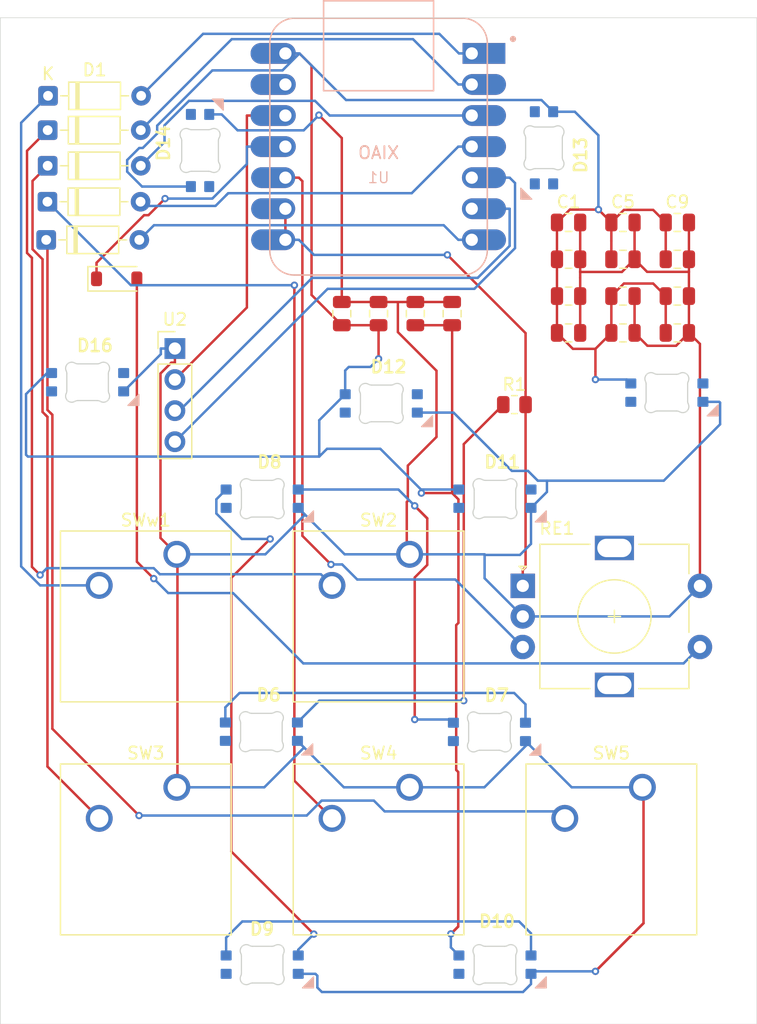
<source format=kicad_pcb>
(kicad_pcb (version 20241229) (generator "pcbnew") (generator_version "9.0")
  (layers (0 "F.Cu" signal) (2 "B.Cu" signal) (13 "F.Paste" user) (15 "B.Paste" user) (5 "F.SilkS" user "F.Silkscreen") (7 "B.SilkS" user "B.Silkscreen") (1 "F.Mask" user) (3 "B.Mask" user) (25 "Edge.Cuts" user))
  (net 0 "")
  (net 1 "Net-(D10-VDD)")
  (net 2 "GND")
  (net 3 "Net-(D1-A)")
  (net 4 "Net-(D1-K)")
  (net 5 "Net-(D2-A)")
  (net 6 "Net-(D2-K)")
  (net 7 "Net-(D3-K)")
  (net 8 "Net-(D3-A)")
  (net 9 "Net-(D4-A)")
  (net 10 "Net-(D4-K)")
  (net 11 "Net-(D5-A)")
  (net 12 "Net-(D5-K)")
  (net 13 "Net-(D6-DOUT)")
  (net 14 "Net-(D6-DIN)")
  (net 15 "Net-(D7-DOUT)")
  (net 16 "Net-(D8-DOUT)")
  (net 17 "Net-(D10-DIN)")
  (net 19 "Net-(D11-DOUT)")
  (net 20 "Net-(D12-DOUT)")
  (net 22 "Net-(D13-DOUT)")
  (net 23 "Net-(D14-DOUT)")
  (net 24 "Net-(D15-DOUT)")
  (net 25 "Net-(D17-A)")
  (net 26 "Net-(D17-K)")
  (net 27 "Net-(U1-PA7_A8_D8_SCK)")
  (net 28 "Net-(U1-PA5_A9_D9_MISO)")
  (net 30 "Net-(U1-3V3)")
  (net 31 "Net-(U1-PA9_A5_D5_SCL)")
  (net 32 "Net-(U1-PA8_A4_D4_SDA)")
  (footprint "Capacitor_SMD:C_0805_2012Metric" (layer "F.Cu") (at 77.15 50.0062)
    (property "Reference" "C7" (hide yes))
    (property "Value" "100nF" (hide yes))
  )
  (footprint "Capacitor_SMD:C_0805_2012Metric" (layer "F.Cu") (at 77.15 43.9862)
    (property "Reference" "C5")
    (property "Value" "100nF" (hide yes))
  )
  (footprint "Capacitor_SMD:C_0805_2012Metric" (layer "F.Cu") (at 77.15 46.9962)
    (property "Reference" "C6" (hide yes))
    (property "Value" "100nF" (hide yes))
  )
  (footprint "footprints:SK6812MINI-E_fixed" (layer "F.Cu") (at 33.3375 57.15)
    (property "Reference" "D16")
    (property "Value" "SK6812MINI-E")
    (fp_line (start -1.699998 0.6) (end -1.699998 -0.805684) (stroke (width 0.1)) (layer "Edge.Cuts"))
    (fp_line (start -0.794451 -1.602841) (end 0.794454 -1.602841) (stroke (width 0.1)) (layer "Edge.Cuts"))
    (fp_line (start 0.794453 1.397158) (end -0.794451 1.397158) (stroke (width 0.1)) (layer "Edge.Cuts"))
    (fp_line (start 1.7 -0.805684) (end 1.7 0.6) (stroke (width 0.1)) (layer "Edge.Cuts"))
    (fp_arc (start -1.749483 -1.022562) (mid -1.712526 -0.91691) (end -1.699998 -0.805684) (stroke (width 0.1)) (layer "Edge.Cuts"))
    (fp_arc (start -1.749483 -1.022562) (mid -1.63807 -1.606877) (end -1.04671 -1.671141) (stroke (width 0.1)) (layer "Edge.Cuts"))
    (fp_arc (start -1.699998 0.600001) (mid -1.712526 0.711226) (end -1.749483 0.816878) (stroke (width 0.1)) (layer "Edge.Cuts"))
    (fp_arc (start -1.04671 1.465455) (mid -1.638069 1.401192) (end -1.749483 0.816878) (stroke (width 0.1)) (layer "Edge.Cuts"))
    (fp_arc (start -1.046709 1.465457) (mid -0.925121 1.414535) (end -0.794451 1.397158) (stroke (width 0.1)) (layer "Edge.Cuts"))
    (fp_arc (start -0.794452 -1.602842) (mid -0.925122 -1.620219) (end -1.04671 -1.671141) (stroke (width 0.1)) (layer "Edge.Cuts"))
    (fp_arc (start 0.794453 1.397158) (mid 0.925124 1.414535) (end 1.046712 1.465457) (stroke (width 0.1)) (layer "Edge.Cuts"))
    (fp_arc (start 1.046712 -1.67114) (mid 0.925124 -1.620218) (end 0.794454 -1.602841) (stroke (width 0.1)) (layer "Edge.Cuts"))
    (fp_arc (start 1.046712 -1.67114) (mid 1.638072 -1.606876) (end 1.749485 -1.022562) (stroke (width 0.1)) (layer "Edge.Cuts"))
    (fp_arc (start 1.7 -0.805685) (mid 1.712528 -0.91691) (end 1.749485 -1.022562) (stroke (width 0.1)) (layer "Edge.Cuts"))
    (fp_arc (start 1.749485 0.816877) (mid 1.638073 1.401193) (end 1.046712 1.465457) (stroke (width 0.1)) (layer "Edge.Cuts"))
    (fp_arc (start 1.749485 0.816878) (mid 1.712528 0.711226) (end 1.7 0.6) (stroke (width 0.1)) (layer "Edge.Cuts"))
  )
  (footprint "Capacitor_SMD:C_0805_2012Metric" (layer "F.Cu") (at 81.6 50.0062)
    (property "Reference" "C11" (hide yes))
    (property "Value" "100nF" (hide yes))
  )
  (footprint "footprints:SK6812MINI-E_fixed" (layer "F.Cu") (at 80.7437 58.0028)
    (property "Reference" "D15" (hide yes))
    (property "Value" "SK6812MINI-E")
    (fp_line (start -1.699998 0.6) (end -1.699998 -0.805684) (stroke (width 0.1)) (layer "Edge.Cuts"))
    (fp_line (start -0.794451 -1.602841) (end 0.794454 -1.602841) (stroke (width 0.1)) (layer "Edge.Cuts"))
    (fp_line (start 0.794453 1.397158) (end -0.794451 1.397158) (stroke (width 0.1)) (layer "Edge.Cuts"))
    (fp_line (start 1.7 -0.805684) (end 1.7 0.6) (stroke (width 0.1)) (layer "Edge.Cuts"))
    (fp_arc (start -1.749483 -1.022562) (mid -1.712526 -0.91691) (end -1.699998 -0.805684) (stroke (width 0.1)) (layer "Edge.Cuts"))
    (fp_arc (start -1.749483 -1.022562) (mid -1.63807 -1.606877) (end -1.04671 -1.671141) (stroke (width 0.1)) (layer "Edge.Cuts"))
    (fp_arc (start -1.699998 0.600001) (mid -1.712526 0.711226) (end -1.749483 0.816878) (stroke (width 0.1)) (layer "Edge.Cuts"))
    (fp_arc (start -1.04671 1.465455) (mid -1.638069 1.401192) (end -1.749483 0.816878) (stroke (width 0.1)) (layer "Edge.Cuts"))
    (fp_arc (start -1.046709 1.465457) (mid -0.925121 1.414535) (end -0.794451 1.397158) (stroke (width 0.1)) (layer "Edge.Cuts"))
    (fp_arc (start -0.794452 -1.602842) (mid -0.925122 -1.620219) (end -1.04671 -1.671141) (stroke (width 0.1)) (layer "Edge.Cuts"))
    (fp_arc (start 0.794453 1.397158) (mid 0.925124 1.414535) (end 1.046712 1.465457) (stroke (width 0.1)) (layer "Edge.Cuts"))
    (fp_arc (start 1.046712 -1.67114) (mid 0.925124 -1.620218) (end 0.794454 -1.602841) (stroke (width 0.1)) (layer "Edge.Cuts"))
    (fp_arc (start 1.046712 -1.67114) (mid 1.638072 -1.606876) (end 1.749485 -1.022562) (stroke (width 0.1)) (layer "Edge.Cuts"))
    (fp_arc (start 1.7 -0.805685) (mid 1.712528 -0.91691) (end 1.749485 -1.022562) (stroke (width 0.1)) (layer "Edge.Cuts"))
    (fp_arc (start 1.749485 0.816877) (mid 1.638073 1.401193) (end 1.046712 1.465457) (stroke (width 0.1)) (layer "Edge.Cuts"))
    (fp_arc (start 1.749485 0.816878) (mid 1.712528 0.711226) (end 1.7 0.6) (stroke (width 0.1)) (layer "Edge.Cuts"))
  )
  (footprint "Rotary_Encoder:RotaryEncoder_Alps_EC11E-Switch_Vertical_H20mm" (layer "F.Cu") (at 68.95 73.7)
    (property "Reference" "RE1")
    (property "Value" "RotaryEncoder_Switch")
  )
  (footprint "footprints:SK6812MINI-E_fixed" (layer "F.Cu") (at 70.5847 37.8812 -90)
    (property "Reference" "D13")
    (property "Value" "SK6812MINI-E")
    (fp_line (start 0.794453 1.397158) (end -0.794451 1.397158) (stroke (width 0.1)) (layer "Edge.Cuts"))
    (fp_line (start -1.699998 0.6) (end -1.699998 -0.805684) (stroke (width 0.1)) (layer "Edge.Cuts"))
    (fp_line (start 1.7 -0.805684) (end 1.7 0.6) (stroke (width 0.1)) (layer "Edge.Cuts"))
    (fp_line (start -0.794451 -1.602841) (end 0.794454 -1.602841) (stroke (width 0.1)) (layer "Edge.Cuts"))
    (fp_arc (start -1.046709 1.465457) (mid -0.925121 1.414535) (end -0.794451 1.397158) (stroke (width 0.1)) (layer "Edge.Cuts"))
    (fp_arc (start -1.04671 1.465455) (mid -1.638069 1.401192) (end -1.749483 0.816878) (stroke (width 0.1)) (layer "Edge.Cuts"))
    (fp_arc (start 0.794453 1.397158) (mid 0.925124 1.414535) (end 1.046712 1.465457) (stroke (width 0.1)) (layer "Edge.Cuts"))
    (fp_arc (start 1.749485 0.816878) (mid 1.712528 0.711226) (end 1.7 0.6) (stroke (width 0.1)) (layer "Edge.Cuts"))
    (fp_arc (start 1.749485 0.816877) (mid 1.638073 1.401193) (end 1.046712 1.465457) (stroke (width 0.1)) (layer "Edge.Cuts"))
    (fp_arc (start -1.699998 0.600001) (mid -1.712526 0.711226) (end -1.749483 0.816878) (stroke (width 0.1)) (layer "Edge.Cuts"))
    (fp_arc (start 1.7 -0.805685) (mid 1.712528 -0.91691) (end 1.749485 -1.022562) (stroke (width 0.1)) (layer "Edge.Cuts"))
    (fp_arc (start -1.749483 -1.022562) (mid -1.712526 -0.91691) (end -1.699998 -0.805684) (stroke (width 0.1)) (layer "Edge.Cuts"))
    (fp_arc (start -1.749483 -1.022562) (mid -1.63807 -1.606877) (end -1.04671 -1.671141) (stroke (width 0.1)) (layer "Edge.Cuts"))
    (fp_arc (start -0.794452 -1.602842) (mid -0.925122 -1.620219) (end -1.04671 -1.671141) (stroke (width 0.1)) (layer "Edge.Cuts"))
    (fp_arc (start 1.046712 -1.67114) (mid 1.638072 -1.606876) (end 1.749485 -1.022562) (stroke (width 0.1)) (layer "Edge.Cuts"))
    (fp_arc (start 1.046712 -1.67114) (mid 0.925124 -1.620218) (end 0.794454 -1.602841) (stroke (width 0.1)) (layer "Edge.Cuts"))
  )
  (footprint "Capacitor_SMD:C_0805_2012Metric" (layer "F.Cu") (at 72.7 43.9862)
    (property "Reference" "C1")
    (property "Value" "100nF" (hide yes))
  )
  (footprint "footprints:SK6812MINI-E_fixed" (layer "F.Cu") (at 42.6437 38.1 90)
    (property "Reference" "D14")
    (property "Value" "SK6812MINI-E")
    (fp_line (start -0.794451 -1.602841) (end 0.794454 -1.602841) (stroke (width 0.1)) (layer "Edge.Cuts"))
    (fp_line (start 1.7 -0.805684) (end 1.7 0.6) (stroke (width 0.1)) (layer "Edge.Cuts"))
    (fp_line (start -1.699998 0.6) (end -1.699998 -0.805684) (stroke (width 0.1)) (layer "Edge.Cuts"))
    (fp_line (start 0.794453 1.397158) (end -0.794451 1.397158) (stroke (width 0.1)) (layer "Edge.Cuts"))
    (fp_arc (start 1.046712 -1.67114) (mid 0.925124 -1.620218) (end 0.794454 -1.602841) (stroke (width 0.1)) (layer "Edge.Cuts"))
    (fp_arc (start 1.046712 -1.67114) (mid 1.638072 -1.606876) (end 1.749485 -1.022562) (stroke (width 0.1)) (layer "Edge.Cuts"))
    (fp_arc (start -0.794452 -1.602842) (mid -0.925122 -1.620219) (end -1.04671 -1.671141) (stroke (width 0.1)) (layer "Edge.Cuts"))
    (fp_arc (start -1.749483 -1.022562) (mid -1.63807 -1.606877) (end -1.04671 -1.671141) (stroke (width 0.1)) (layer "Edge.Cuts"))
    (fp_arc (start -1.749483 -1.022562) (mid -1.712526 -0.91691) (end -1.699998 -0.805684) (stroke (width 0.1)) (layer "Edge.Cuts"))
    (fp_arc (start 1.7 -0.805685) (mid 1.712528 -0.91691) (end 1.749485 -1.022562) (stroke (width 0.1)) (layer "Edge.Cuts"))
    (fp_arc (start -1.699998 0.600001) (mid -1.712526 0.711226) (end -1.749483 0.816878) (stroke (width 0.1)) (layer "Edge.Cuts"))
    (fp_arc (start 1.749485 0.816877) (mid 1.638073 1.401193) (end 1.046712 1.465457) (stroke (width 0.1)) (layer "Edge.Cuts"))
    (fp_arc (start 1.749485 0.816878) (mid 1.712528 0.711226) (end 1.7 0.6) (stroke (width 0.1)) (layer "Edge.Cuts"))
    (fp_arc (start 0.794453 1.397158) (mid 0.925124 1.414535) (end 1.046712 1.465457) (stroke (width 0.1)) (layer "Edge.Cuts"))
    (fp_arc (start -1.04671 1.465455) (mid -1.638069 1.401192) (end -1.749483 0.816878) (stroke (width 0.1)) (layer "Edge.Cuts"))
    (fp_arc (start -1.046709 1.465457) (mid -0.925121 1.414535) (end -0.794451 1.397158) (stroke (width 0.1)) (layer "Edge.Cuts"))
  )
  (footprint "Diode_SMD:D_SOD-123" (layer "F.Cu") (at 35.7188 48.5937)
    (property "Reference" "D17" (hide yes))
    (property "Value" "1N4148" (hide yes))
  )
  (footprint "Resistor_SMD:R_0805_2012Metric" (layer "F.Cu") (at 68.2675 58.88)
    (property "Reference" "R1")
    (property "Value" "470R")
  )
  (footprint "Button_Switch_Keyboard:SW_Cherry_MX_1.00u_PCB" (layer "F.Cu") (at 59.69 71.12)
    (property "Reference" "SW2")
    (property "Value" "SW_Push")
  )
  (footprint "Button_Switch_Keyboard:SW_Cherry_MX_1.00u_PCB" (layer "F.Cu") (at 40.64 90.17)
    (property "Reference" "SW3")
    (property "Value" "SW_Push")
  )
  (footprint "footprints:SK6812MINI-E_fixed" (layer "F.Cu") (at 66.675 66.675)
    (property "Reference" "D11")
    (property "Value" "SK6812MINI-E")
    (fp_line (start -1.699998 0.6) (end -1.699998 -0.805684) (stroke (width 0.1)) (layer "Edge.Cuts"))
    (fp_line (start -0.794451 -1.602841) (end 0.794454 -1.602841) (stroke (width 0.1)) (layer "Edge.Cuts"))
    (fp_line (start 0.794453 1.397158) (end -0.794451 1.397158) (stroke (width 0.1)) (layer "Edge.Cuts"))
    (fp_line (start 1.7 -0.805684) (end 1.7 0.6) (stroke (width 0.1)) (layer "Edge.Cuts"))
    (fp_arc (start -1.749483 -1.022562) (mid -1.712526 -0.91691) (end -1.699998 -0.805684) (stroke (width 0.1)) (layer "Edge.Cuts"))
    (fp_arc (start -1.749483 -1.022562) (mid -1.63807 -1.606877) (end -1.04671 -1.671141) (stroke (width 0.1)) (layer "Edge.Cuts"))
    (fp_arc (start -1.699998 0.600001) (mid -1.712526 0.711226) (end -1.749483 0.816878) (stroke (width 0.1)) (layer "Edge.Cuts"))
    (fp_arc (start -1.04671 1.465455) (mid -1.638069 1.401192) (end -1.749483 0.816878) (stroke (width 0.1)) (layer "Edge.Cuts"))
    (fp_arc (start -1.046709 1.465457) (mid -0.925121 1.414535) (end -0.794451 1.397158) (stroke (width 0.1)) (layer "Edge.Cuts"))
    (fp_arc (start -0.794452 -1.602842) (mid -0.925122 -1.620219) (end -1.04671 -1.671141) (stroke (width 0.1)) (layer "Edge.Cuts"))
    (fp_arc (start 0.794453 1.397158) (mid 0.925124 1.414535) (end 1.046712 1.465457) (stroke (width 0.1)) (layer "Edge.Cuts"))
    (fp_arc (start 1.046712 -1.67114) (mid 0.925124 -1.620218) (end 0.794454 -1.602841) (stroke (width 0.1)) (layer "Edge.Cuts"))
    (fp_arc (start 1.046712 -1.67114) (mid 1.638072 -1.606876) (end 1.749485 -1.022562) (stroke (width 0.1)) (layer "Edge.Cuts"))
    (fp_arc (start 1.7 -0.805685) (mid 1.712528 -0.91691) (end 1.749485 -1.022562) (stroke (width 0.1)) (layer "Edge.Cuts"))
    (fp_arc (start 1.749485 0.816877) (mid 1.638073 1.401193) (end 1.046712 1.465457) (stroke (width 0.1)) (layer "Edge.Cuts"))
    (fp_arc (start 1.749485 0.816878) (mid 1.712528 0.711226) (end 1.7 0.6) (stroke (width 0.1)) (layer "Edge.Cuts"))
  )
  (footprint "Capacitor_SMD:C_0805_2012Metric" (layer "F.Cu") (at 77.15 53.0162)
    (property "Reference" "C8" (hide yes))
    (property "Value" "100nF" (hide yes))
  )
  (footprint "Capacitor_SMD:C_0805_2012Metric" (layer "F.Cu") (at 63.17 51.4375 90)
    (property "Reference" "C16" (hide yes))
    (property "Value" "10uF" (hide yes))
  )
  (footprint "Capacitor_SMD:C_0805_2012Metric" (layer "F.Cu") (at 72.7 53.0162)
    (property "Reference" "C4" (hide yes))
    (property "Value" "100nF" (hide yes))
  )
  (footprint "footprints:SK6812MINI-E_fixed" (layer "F.Cu") (at 66.675 104.775)
    (property "Reference" "D10")
    (property "Value" "SK6812MINI-E")
    (fp_line (start -1.699998 0.6) (end -1.699998 -0.805684) (stroke (width 0.1)) (layer "Edge.Cuts"))
    (fp_line (start -0.794451 -1.602841) (end 0.794454 -1.602841) (stroke (width 0.1)) (layer "Edge.Cuts"))
    (fp_line (start 0.794453 1.397158) (end -0.794451 1.397158) (stroke (width 0.1)) (layer "Edge.Cuts"))
    (fp_line (start 1.7 -0.805684) (end 1.7 0.6) (stroke (width 0.1)) (layer "Edge.Cuts"))
    (fp_arc (start -1.749483 -1.022562) (mid -1.712526 -0.91691) (end -1.699998 -0.805684) (stroke (width 0.1)) (layer "Edge.Cuts"))
    (fp_arc (start -1.749483 -1.022562) (mid -1.63807 -1.606877) (end -1.04671 -1.671141) (stroke (width 0.1)) (layer "Edge.Cuts"))
    (fp_arc (start -1.699998 0.600001) (mid -1.712526 0.711226) (end -1.749483 0.816878) (stroke (width 0.1)) (layer "Edge.Cuts"))
    (fp_arc (start -1.04671 1.465455) (mid -1.638069 1.401192) (end -1.749483 0.816878) (stroke (width 0.1)) (layer "Edge.Cuts"))
    (fp_arc (start -1.046709 1.465457) (mid -0.925121 1.414535) (end -0.794451 1.397158) (stroke (width 0.1)) (layer "Edge.Cuts"))
    (fp_arc (start -0.794452 -1.602842) (mid -0.925122 -1.620219) (end -1.04671 -1.671141) (stroke (width 0.1)) (layer "Edge.Cuts"))
    (fp_arc (start 0.794453 1.397158) (mid 0.925124 1.414535) (end 1.046712 1.465457) (stroke (width 0.1)) (layer "Edge.Cuts"))
    (fp_arc (start 1.046712 -1.67114) (mid 0.925124 -1.620218) (end 0.794454 -1.602841) (stroke (width 0.1)) (layer "Edge.Cuts"))
    (fp_arc (start 1.046712 -1.67114) (mid 1.638072 -1.606876) (end 1.749485 -1.022562) (stroke (width 0.1)) (layer "Edge.Cuts"))
    (fp_arc (start 1.7 -0.805685) (mid 1.712528 -0.91691) (end 1.749485 -1.022562) (stroke (width 0.1)) (layer "Edge.Cuts"))
    (fp_arc (start 1.749485 0.816877) (mid 1.638073 1.401193) (end 1.046712 1.465457) (stroke (width 0.1)) (layer "Edge.Cuts"))
    (fp_arc (start 1.749485 0.816878) (mid 1.712528 0.711226) (end 1.7 0.6) (stroke (width 0.1)) (layer "Edge.Cuts"))
  )
  (footprint "Capacitor_SMD:C_0805_2012Metric" (layer "F.Cu") (at 81.6 46.9962)
    (property "Reference" "C10" (hide yes))
    (property "Value" "100nF" (hide yes))
  )
  (footprint "Capacitor_SMD:C_0805_2012Metric" (layer "F.Cu") (at 60.16 51.4375 90)
    (property "Reference" "C15" (hide yes))
    (property "Value" "100nF" (hide yes))
  )
  (footprint "Button_Switch_Keyboard:SW_Cherry_MX_1.00u_PCB" (layer "F.Cu") (at 78.74 90.17)
    (property "Reference" "SW5")
    (property "Value" "SW_Push")
  )
  (footprint "Button_Switch_Keyboard:SW_Cherry_MX_1.00u_PCB" (layer "F.Cu") (at 59.69 90.17)
    (property "Reference" "SW4")
    (property "Value" "SW_Push")
  )
  (footprint "Capacitor_SMD:C_0805_2012Metric" (layer "F.Cu") (at 81.6 43.9862)
    (property "Reference" "C9")
    (property "Value" "100nF" (hide yes))
  )
  (footprint "Capacitor_SMD:C_0805_2012Metric" (layer "F.Cu") (at 72.7 50.0062)
    (property "Reference" "C3" (hide yes))
    (property "Value" "100nF" (hide yes))
  )
  (footprint "Button_Switch_Keyboard:SW_Cherry_MX_1.00u_PCB" (layer "F.Cu") (at 40.64 71.12)
    (property "Reference" "SWw1")
    (property "Value" "SW_Push")
  )
  (footprint "Capacitor_SMD:C_0805_2012Metric" (layer "F.Cu") (at 81.6 53.0162)
    (property "Reference" "C12" (hide yes))
    (property "Value" "100nF" (hide yes))
  )
  (footprint "footprints:SK6812MINI-E_fixed" (layer "F.Cu") (at 66.2223 85.7438)
    (property "Reference" "D7")
    (property "Value" "SK6812MINI-E")
    (fp_line (start -1.699998 0.6) (end -1.699998 -0.805684) (stroke (width 0.1)) (layer "Edge.Cuts"))
    (fp_line (start -0.794451 -1.602841) (end 0.794454 -1.602841) (stroke (width 0.1)) (layer "Edge.Cuts"))
    (fp_line (start 0.794453 1.397158) (end -0.794451 1.397158) (stroke (width 0.1)) (layer "Edge.Cuts"))
    (fp_line (start 1.7 -0.805684) (end 1.7 0.6) (stroke (width 0.1)) (layer "Edge.Cuts"))
    (fp_arc (start -1.749483 -1.022562) (mid -1.712526 -0.91691) (end -1.699998 -0.805684) (stroke (width 0.1)) (layer "Edge.Cuts"))
    (fp_arc (start -1.749483 -1.022562) (mid -1.63807 -1.606877) (end -1.04671 -1.671141) (stroke (width 0.1)) (layer "Edge.Cuts"))
    (fp_arc (start -1.699998 0.600001) (mid -1.712526 0.711226) (end -1.749483 0.816878) (stroke (width 0.1)) (layer "Edge.Cuts"))
    (fp_arc (start -1.04671 1.465455) (mid -1.638069 1.401192) (end -1.749483 0.816878) (stroke (width 0.1)) (layer "Edge.Cuts"))
    (fp_arc (start -1.046709 1.465457) (mid -0.925121 1.414535) (end -0.794451 1.397158) (stroke (width 0.1)) (layer "Edge.Cuts"))
    (fp_arc (start -0.794452 -1.602842) (mid -0.925122 -1.620219) (end -1.04671 -1.671141) (stroke (width 0.1)) (layer "Edge.Cuts"))
    (fp_arc (start 0.794453 1.397158) (mid 0.925124 1.414535) (end 1.046712 1.465457) (stroke (width 0.1)) (layer "Edge.Cuts"))
    (fp_arc (start 1.046712 -1.67114) (mid 0.925124 -1.620218) (end 0.794454 -1.602841) (stroke (width 0.1)) (layer "Edge.Cuts"))
    (fp_arc (start 1.046712 -1.67114) (mid 1.638072 -1.606876) (end 1.749485 -1.022562) (stroke (width 0.1)) (layer "Edge.Cuts"))
    (fp_arc (start 1.7 -0.805685) (mid 1.712528 -0.91691) (end 1.749485 -1.022562) (stroke (width 0.1)) (layer "Edge.Cuts"))
    (fp_arc (start 1.749485 0.816877) (mid 1.638073 1.401193) (end 1.046712 1.465457) (stroke (width 0.1)) (layer "Edge.Cuts"))
    (fp_arc (start 1.749485 0.816878) (mid 1.712528 0.711226) (end 1.7 0.6) (stroke (width 0.1)) (layer "Edge.Cuts"))
  )
  (footprint "Diode_THT:D_DO-35_SOD27_P7.62mm_Horizontal" (layer "F.Cu") (at 30.07 39.35)
    (property "Reference" "D3" (hide yes))
    (property "Value" "1N4148")
  )
  (footprint "Diode_THT:D_DO-35_SOD27_P7.62mm_Horizontal" (layer "F.Cu") (at 30.05 42.29)
    (property "Reference" "D4" (hide yes))
    (property "Value" "1N4148")
  )
  (footprint "Connector_PinHeader_2.54mm:PinHeader_1x04_P2.54mm_Vertical" (layer "F.Cu") (at 40.4813 54.2925)
    (property "Reference" "U2")
    (property "Value" "OLED_0.91_128x32")
  )
  (footprint "footprints:SK6812MINI-E_fixed" (layer "F.Cu") (at 57.3687 58.8841)
    (property "Reference" "D12")
    (property "Value" "SK6812MINI-E")
    (fp_line (start -1.699998 0.6) (end -1.699998 -0.805684) (stroke (width 0.1)) (layer "Edge.Cuts"))
    (fp_line (start -0.794451 -1.602841) (end 0.794454 -1.602841) (stroke (width 0.1)) (layer "Edge.Cuts"))
    (fp_line (start 0.794453 1.397158) (end -0.794451 1.397158) (stroke (width 0.1)) (layer "Edge.Cuts"))
    (fp_line (start 1.7 -0.805684) (end 1.7 0.6) (stroke (width 0.1)) (layer "Edge.Cuts"))
    (fp_arc (start -1.749483 -1.022562) (mid -1.712526 -0.91691) (end -1.699998 -0.805684) (stroke (width 0.1)) (layer "Edge.Cuts"))
    (fp_arc (start -1.749483 -1.022562) (mid -1.63807 -1.606877) (end -1.04671 -1.671141) (stroke (width 0.1)) (layer "Edge.Cuts"))
    (fp_arc (start -1.699998 0.600001) (mid -1.712526 0.711226) (end -1.749483 0.816878) (stroke (width 0.1)) (layer "Edge.Cuts"))
    (fp_arc (start -1.04671 1.465455) (mid -1.638069 1.401192) (end -1.749483 0.816878) (stroke (width 0.1)) (layer "Edge.Cuts"))
    (fp_arc (start -1.046709 1.465457) (mid -0.925121 1.414535) (end -0.794451 1.397158) (stroke (width 0.1)) (layer "Edge.Cuts"))
    (fp_arc (start -0.794452 -1.602842) (mid -0.925122 -1.620219) (end -1.04671 -1.671141) (stroke (width 0.1)) (layer "Edge.Cuts"))
    (fp_arc (start 0.794453 1.397158) (mid 0.925124 1.414535) (end 1.046712 1.465457) (stroke (width 0.1)) (layer "Edge.Cuts"))
    (fp_arc (start 1.046712 -1.67114) (mid 0.925124 -1.620218) (end 0.794454 -1.602841) (stroke (width 0.1)) (layer "Edge.Cuts"))
    (fp_arc (start 1.046712 -1.67114) (mid 1.638072 -1.606876) (end 1.749485 -1.022562) (stroke (width 0.1)) (layer "Edge.Cuts"))
    (fp_arc (start 1.7 -0.805685) (mid 1.712528 -0.91691) (end 1.749485 -1.022562) (stroke (width 0.1)) (layer "Edge.Cuts"))
    (fp_arc (start 1.749485 0.816877) (mid 1.638073 1.401193) (end 1.046712 1.465457) (stroke (width 0.1)) (layer "Edge.Cuts"))
    (fp_arc (start 1.749485 0.816878) (mid 1.712528 0.711226) (end 1.7 0.6) (stroke (width 0.1)) (layer "Edge.Cuts"))
  )
  (footprint "Diode_THT:D_DO-35_SOD27_P7.62mm_Horizontal" (layer "F.Cu") (at 29.95 45.41)
    (property "Reference" "D5" (hide yes))
    (property "Value" "1N4148")
  )
  (footprint "Diode_THT:D_DO-35_SOD27_P7.62mm_Horizontal" (layer "F.Cu") (at 30.07 36.44)
    (property "Reference" "D2" (hide yes))
    (property "Value" "1N4148")
  )
  (footprint "Capacitor_SMD:C_0805_2012Metric" (layer "F.Cu") (at 57.15 51.4375 90)
    (property "Reference" "C14" (hide yes))
    (property "Value" "100nF" (hide yes))
  )
  (footprint "Diode_THT:D_DO-35_SOD27_P7.62mm_Horizontal" (layer "F.Cu") (at 30.1 33.63)
    (property "Reference" "D1")
    (property "Value" "1N4148")
  )
  (footprint "Capacitor_SMD:C_0805_2012Metric" (layer "F.Cu") (at 72.7 46.9962)
    (property "Reference" "C2" (hide yes))
    (property "Value" "100nF" (hide yes))
  )
  (footprint "footprints:SK6812MINI-E_fixed" (layer "F.Cu") (at 47.56 85.7262)
    (property "Reference" "D6")
    (property "Value" "SK6812MINI-E")
    (fp_line (start -1.699998 0.6) (end -1.699998 -0.805684) (stroke (width 0.1)) (layer "Edge.Cuts"))
    (fp_line (start -0.794451 -1.602841) (end 0.794454 -1.602841) (stroke (width 0.1)) (layer "Edge.Cuts"))
    (fp_line (start 0.794453 1.397158) (end -0.794451 1.397158) (stroke (width 0.1)) (layer "Edge.Cuts"))
    (fp_line (start 1.7 -0.805684) (end 1.7 0.6) (stroke (width 0.1)) (layer "Edge.Cuts"))
    (fp_arc (start -1.749483 -1.022562) (mid -1.712526 -0.91691) (end -1.699998 -0.805684) (stroke (width 0.1)) (layer "Edge.Cuts"))
    (fp_arc (start -1.749483 -1.022562) (mid -1.63807 -1.606877) (end -1.04671 -1.671141) (stroke (width 0.1)) (layer "Edge.Cuts"))
    (fp_arc (start -1.699998 0.600001) (mid -1.712526 0.711226) (end -1.749483 0.816878) (stroke (width 0.1)) (layer "Edge.Cuts"))
    (fp_arc (start -1.04671 1.465455) (mid -1.638069 1.401192) (end -1.749483 0.816878) (stroke (width 0.1)) (layer "Edge.Cuts"))
    (fp_arc (start -1.046709 1.465457) (mid -0.925121 1.414535) (end -0.794451 1.397158) (stroke (width 0.1)) (layer "Edge.Cuts"))
    (fp_arc (start -0.794452 -1.602842) (mid -0.925122 -1.620219) (end -1.04671 -1.671141) (stroke (width 0.1)) (layer "Edge.Cuts"))
    (fp_arc (start 0.794453 1.397158) (mid 0.925124 1.414535) (end 1.046712 1.465457) (stroke (width 0.1)) (layer "Edge.Cuts"))
    (fp_arc (start 1.046712 -1.67114) (mid 0.925124 -1.620218) (end 0.794454 -1.602841) (stroke (width 0.1)) (layer "Edge.Cuts"))
    (fp_arc (start 1.046712 -1.67114) (mid 1.638072 -1.606876) (end 1.749485 -1.022562) (stroke (width 0.1)) (layer "Edge.Cuts"))
    (fp_arc (start 1.7 -0.805685) (mid 1.712528 -0.91691) (end 1.749485 -1.022562) (stroke (width 0.1)) (layer "Edge.Cuts"))
    (fp_arc (start 1.749485 0.816877) (mid 1.638073 1.401193) (end 1.046712 1.465457) (stroke (width 0.1)) (layer "Edge.Cuts"))
    (fp_arc (start 1.749485 0.816878) (mid 1.712528 0.711226) (end 1.7 0.6) (stroke (width 0.1)) (layer "Edge.Cuts"))
  )
  (footprint "footprints:SK6812MINI-E_fixed" (layer "F.Cu") (at 47.625 66.675)
    (property "Reference" "D8")
    (property "Value" "SK6812MINI-E")
    (fp_line (start -1.699998 0.6) (end -1.699998 -0.805684) (stroke (width 0.1)) (layer "Edge.Cuts"))
    (fp_line (start -0.794451 -1.602841) (end 0.794454 -1.602841) (stroke (width 0.1)) (layer "Edge.Cuts"))
    (fp_line (start 0.794453 1.397158) (end -0.794451 1.397158) (stroke (width 0.1)) (layer "Edge.Cuts"))
    (fp_line (start 1.7 -0.805684) (end 1.7 0.6) (stroke (width 0.1)) (layer "Edge.Cuts"))
    (fp_arc (start -1.749483 -1.022562) (mid -1.712526 -0.91691) (end -1.699998 -0.805684) (stroke (width 0.1)) (layer "Edge.Cuts"))
    (fp_arc (start -1.749483 -1.022562) (mid -1.63807 -1.606877) (end -1.04671 -1.671141) (stroke (width 0.1)) (layer "Edge.Cuts"))
    (fp_arc (start -1.699998 0.600001) (mid -1.712526 0.711226) (end -1.749483 0.816878) (stroke (width 0.1)) (layer "Edge.Cuts"))
    (fp_arc (start -1.04671 1.465455) (mid -1.638069 1.401192) (end -1.749483 0.816878) (stroke (width 0.1)) (layer "Edge.Cuts"))
    (fp_arc (start -1.046709 1.465457) (mid -0.925121 1.414535) (end -0.794451 1.397158) (stroke (width 0.1)) (layer "Edge.Cuts"))
    (fp_arc (start -0.794452 -1.602842) (mid -0.925122 -1.620219) (end -1.04671 -1.671141) (stroke (width 0.1)) (layer "Edge.Cuts"))
    (fp_arc (start 0.794453 1.397158) (mid 0.925124 1.414535) (end 1.046712 1.465457) (stroke (width 0.1)) (layer "Edge.Cuts"))
    (fp_arc (start 1.046712 -1.67114) (mid 0.925124 -1.620218) (end 0.794454 -1.602841) (stroke (width 0.1)) (layer "Edge.Cuts"))
    (fp_arc (start 1.046712 -1.67114) (mid 1.638072 -1.606876) (end 1.749485 -1.022562) (stroke (width 0.1)) (layer "Edge.Cuts"))
    (fp_arc (start 1.7 -0.805685) (mid 1.712528 -0.91691) (end 1.749485 -1.022562) (stroke (width 0.1)) (layer "Edge.Cuts"))
    (fp_arc (start 1.749485 0.816877) (mid 1.638073 1.401193) (end 1.046712 1.465457) (stroke (width 0.1)) (layer "Edge.Cuts"))
    (fp_arc (start 1.749485 0.816878) (mid 1.712528 0.711226) (end 1.7 0.6) (stroke (width 0.1)) (layer "Edge.Cuts"))
  )
  (footprint "Capacitor_SMD:C_0805_2012Metric" (layer "F.Cu") (at 54.14 51.4375 90)
    (property "Reference" "C13" (hide yes))
    (property "Value" "100nF" (hide yes))
  )
  (footprint "footprints:SK6812MINI-E_fixed" (layer "F.Cu") (at 47.625 104.775)
    (property "Reference" "D9")
    (property "Value" "SK6812MINI-E")
    (fp_line (start -1.699998 0.6) (end -1.699998 -0.805684) (stroke (width 0.1)) (layer "Edge.Cuts"))
    (fp_line (start -0.794451 -1.602841) (end 0.794454 -1.602841) (stroke (width 0.1)) (layer "Edge.Cuts"))
    (fp_line (start 0.794453 1.397158) (end -0.794451 1.397158) (stroke (width 0.1)) (layer "Edge.Cuts"))
    (fp_line (start 1.7 -0.805684) (end 1.7 0.6) (stroke (width 0.1)) (layer "Edge.Cuts"))
    (fp_arc (start -1.749483 -1.022562) (mid -1.712526 -0.91691) (end -1.699998 -0.805684) (stroke (width 0.1)) (layer "Edge.Cuts"))
    (fp_arc (start -1.749483 -1.022562) (mid -1.63807 -1.606877) (end -1.04671 -1.671141) (stroke (width 0.1)) (layer "Edge.Cuts"))
    (fp_arc (start -1.699998 0.600001) (mid -1.712526 0.711226) (end -1.749483 0.816878) (stroke (width 0.1)) (layer "Edge.Cuts"))
    (fp_arc (start -1.04671 1.465455) (mid -1.638069 1.401192) (end -1.749483 0.816878) (stroke (width 0.1)) (layer "Edge.Cuts"))
    (fp_arc (start -1.046709 1.465457) (mid -0.925121 1.414535) (end -0.794451 1.397158) (stroke (width 0.1)) (layer "Edge.Cuts"))
    (fp_arc (start -0.794452 -1.602842) (mid -0.925122 -1.620219) (end -1.04671 -1.671141) (stroke (width 0.1)) (layer "Edge.Cuts"))
    (fp_arc (start 0.794453 1.397158) (mid 0.925124 1.414535) (end 1.046712 1.465457) (stroke (width 0.1)) (layer "Edge.Cuts"))
    (fp_arc (start 1.046712 -1.67114) (mid 0.925124 -1.620218) (end 0.794454 -1.602841) (stroke (width 0.1)) (layer "Edge.Cuts"))
    (fp_arc (start 1.046712 -1.67114) (mid 1.638072 -1.606876) (end 1.749485 -1.022562) (stroke (width 0.1)) (layer "Edge.Cuts"))
    (fp_arc (start 1.7 -0.805685) (mid 1.712528 -0.91691) (end 1.749485 -1.022562) (stroke (width 0.1)) (layer "Edge.Cuts"))
    (fp_arc (start 1.749485 0.816877) (mid 1.638073 1.401193) (end 1.046712 1.465457) (stroke (width 0.1)) (layer "Edge.Cuts"))
    (fp_arc (start 1.749485 0.816878) (mid 1.712528 0.711226) (end 1.7 0.6) (stroke (width 0.1)) (layer "Edge.Cuts"))
  )
  (footprint "footprints:XIAO-Generic-Hybrid-14P-2.54-21X17.8MM" (layer "B.Cu") (at 57.15 37.7825 180)
    (property "Reference" "U1")
    (property "Value" "MOUDLE-SEEEDUINO-XIAO" (hide yes))
  )
  (gr_rect (start 26.19375 27.245) (end 88.10625 109.5375) (stroke (width 0.05)) (fill no) (layer "Edge.Cuts"))
  (segment (start 80.65 43.9862) (end 80.65 46.9962) (width 0.2) (layer "F.Cu") (net 1))
  (segment (start 76.2 43.9862) (end 75.1463 42.9325) (width 0.2) (layer "F.Cu") (net 1))
  (segment (start 80.65 53.0162) (end 80.65 50.0062) (width 0.2) (layer "F.Cu") (net 1))
  (segment (start 74.8975 56.8276) (end 74.8975 56.1573) (width 0.2) (layer "F.Cu") (net 1))
  (segment (start 74.8975 56.1573) (end 74.8975 54.3187) (width 0.2) (layer "F.Cu") (net 1))
  (segment (start 51.6645 31.1503) (end 51.6645 49.912) (width 0.2) (layer "F.Cu") (net 1))
  (segment (start 57.1507 55.1333) (end 57.15 55.1326) (width 0.2) (layer "F.Cu") (net 1))
  (segment (start 71.75 46.9962) (end 71.75 50.0062) (width 0.2) (layer "F.Cu") (net 1))
  (segment (start 63.6852 76.7272) (end 63.6852 66.6277) (width 0.2) (layer "F.Cu") (net 1))
  (segment (start 74.8975 54.3187) (end 76.2 53.0162) (width 0.2) (layer "F.Cu") (net 1))
  (segment (start 71.75 53.0162) (end 73.0525 54.3187) (width 0.2) (layer "F.Cu") (net 1))
  (segment (start 76.2 50.0062) (end 77.2277 48.9785) (width 0.2) (layer "F.Cu") (net 1))
  (segment (start 63.0663 102.1556) (end 63.6704 101.5515) (width 0.2) (layer "F.Cu") (net 1))
  (segment (start 79.6194 42.9556) (end 80.65 43.9862) (width 0.2) (layer "F.Cu") (net 1))
  (segment (start 76.2 44.1019) (end 76.2 44.0606) (width 0.2) (layer "F.Cu") (net 1))
  (segment (start 54.14 52.3875) (end 57.15 52.3875) (width 0.2) (layer "F.Cu") (net 1))
  (segment (start 63.6704 88.9198) (end 63.5027 88.7521) (width 0.2) (layer "F.Cu") (net 1))
  (segment (start 76.2 45.4912) (end 76.2 44.259) (width 0.2) (layer "F.Cu") (net 1))
  (segment (start 76.2 44.2177) (end 76.2 44.1019) (width 0.2) (layer "F.Cu") (net 1))
  (segment (start 63.17 66.1125) (end 60.6535 66.1125) (width 0.2) (layer "F.Cu") (net 1))
  (segment (start 63.17 52.3875) (end 60.16 52.3875) (width 0.2) (layer "F.Cu") (net 1))
  (segment (start 51.6645 49.912) (end 54.14 52.3875) (width 0.2) (layer "F.Cu") (net 1))
  (segment (start 71.75 43.9862) (end 71.75 46.9962) (width 0.2) (layer "F.Cu") (net 1))
  (segment (start 63.6852 66.6277) (end 63.17 66.1125) (width 0.2) (layer "F.Cu") (net 1))
  (segment (start 77.2306 42.9556) (end 79.6194 42.9556) (width 0.2) (layer "F.Cu") (net 1))
  (segment (start 75.1463 42.9325) (end 72.8037 42.9325) (width 0.2) (layer "F.Cu") (net 1))
  (segment (start 63.5027 88.7521) (end 63.5027 76.9097) (width 0.2) (layer "F.Cu") (net 1))
  (segment (start 76.2 43.9862) (end 77.2306 42.9556) (width 0.2) (layer "F.Cu") (net 1))
  (segment (start 76.2 44.0606) (end 76.2 43.9862) (width 0.2) (layer "F.Cu") (net 1))
  (segment (start 63.6704 101.5515) (end 63.6704 88.9198) (width 0.2) (layer "F.Cu") (net 1))
  (segment (start 63.0663 102.1556) (end 63.6704 101.5515) (width 0.2) (layer "F.Cu") (net 1))
  (segment (start 50.6767 30.1625) (end 51.6645 31.1503) (width 0.2) (layer "F.Cu") (net 1))
  (segment (start 77.2277 48.9785) (end 79.6223 48.9785) (width 0.2) (layer "F.Cu") (net 1))
  (segment (start 76.2 44.259) (end 76.2 44.2177) (width 0.2) (layer "F.Cu") (net 1))
  (segment (start 79.6223 48.9785) (end 80.65 50.0062) (width 0.2) (layer "F.Cu") (net 1))
  (segment (start 71.75 50.0062) (end 71.75 53.0162) (width 0.2) (layer "F.Cu") (net 1))
  (segment (start 63.6704 101.5515) (end 63.0663 102.1556) (width 0.2) (layer "F.Cu") (net 1))
  (segment (start 63.17 66.1125) (end 63.17 52.3875) (width 0.2) (layer "F.Cu") (net 1))
  (segment (start 57.15 55.1326) (end 57.15 52.3875) (width 0.2) (layer "F.Cu") (net 1))
  (segment (start 76.2 46.9962) (end 76.2 45.4912) (width 0.2) (layer "F.Cu") (net 1))
  (segment (start 49.525 30.1625) (end 50.6767 30.1625) (width 0.2) (layer "F.Cu") (net 1))
  (segment (start 72.8037 42.9325) (end 71.75 43.9862) (width 0.2) (layer "F.Cu") (net 1))
  (segment (start 63.5027 76.9097) (end 63.6852 76.7272) (width 0.2) (layer "F.Cu") (net 1))
  (segment (start 76.2 53.0162) (end 76.2 50.0062) (width 0.2) (layer "F.Cu") (net 1))
  (segment (start 73.0525 54.3187) (end 74.8975 54.3187) (width 0.2) (layer "F.Cu") (net 1))
  (via (at 57.1507 55.1333) (size 0.6) (drill 0.3) (layers "F.Cu" "B.Cu") (net 1))
  (via (at 63.0663 102.1556) (size 0.6) (drill 0.3) (layers "F.Cu" "B.Cu") (net 1))
  (via (at 60.6535 66.1125) (size 0.6) (drill 0.3) (layers "F.Cu" "B.Cu") (net 1))
  (via (at 75.1463 42.9325) (size 0.6) (drill 0.3) (layers "F.Cu" "B.Cu") (net 1))
  (via (at 74.8975 56.8276) (size 0.6) (drill 0.3) (layers "F.Cu" "B.Cu") (net 1))
  (segment (start 28.3 62.98) (end 28.4485 63.1285) (width 0.2) (layer "B.Cu") (net 1))
  (segment (start 52.296 60.153959) (end 52.296 63.1285) (width 0.2) (layer "B.Cu") (net 1))
  (segment (start 60.7725 65.9935) (end 60.7725 65.8222) (width 0.2) (layer "B.Cu") (net 1))
  (segment (start 54.418701 58.031258) (end 52.296 60.153959) (width 0.2) (layer "B.Cu") (net 1))
  (segment (start 63.0663 103.2635) (end 63.0663 102.1556) (width 0.2) (layer "B.Cu") (net 1))
  (segment (start 36.5765 38.8813) (end 37.5628 37.895) (width 0.2) (layer "B.Cu") (net 1))
  (segment (start 52.9336 62.4909) (end 57.2909 62.4909) (width 0.2) (layer "B.Cu") (net 1))
  (segment (start 77.7937 57.15) (end 77.4713 56.8276) (width 0.2) (layer "B.Cu") (net 1))
  (segment (start 41.7909 41.05) (end 37.7939 41.05) (width 0.2) (layer "B.Cu") (net 1))
  (segment (start 36.5765 39.8326) (end 36.5765 38.8813) (width 0.2) (layer "B.Cu") (net 1))
  (segment (start 75.14 36.86) (end 75.14 42.9262) (width 0.2) (layer "B.Cu") (net 1))
  (segment (start 30.387501 56.297158) (end 30.022842 56.297158) (width 0.2) (layer "B.Cu") (net 1))
  (segment (start 37.8521 37.895) (end 39.0315 36.7156) (width 0.2) (layer "B.Cu") (net 1))
  (segment (start 52.296 63.1285) (end 52.9336 62.4909) (width 0.2) (layer "B.Cu") (net 1))
  (segment (start 71.437542 34.931201) (end 73.211201 34.931201) (width 0.2) (layer "B.Cu") (net 1))
  (segment (start 43.5492 31.5508) (end 49.2884 31.5508) (width 0.2) (layer "B.Cu") (net 1))
  (segment (start 28.3 58.02) (end 28.3 62.98) (width 0.2) (layer "B.Cu") (net 1))
  (segment (start 71.4375 34.9312) (end 70.4788 33.9725) (width 0.2) (layer "B.Cu") (net 1))
  (segment (start 56.484 55.8) (end 57.1507 55.1333) (width 0.2) (layer "B.Cu") (net 1))
  (segment (start 75.14 42.9262) (end 75.1463 42.9325) (width 0.2) (layer "B.Cu") (net 1))
  (segment (start 28.4485 63.1285) (end 52.296 63.1285) (width 0.2) (layer "B.Cu") (net 1))
  (segment (start 77.4713 56.8276) (end 74.8975 56.8276) (width 0.2) (layer "B.Cu") (net 1))
  (segment (start 63.725 103.9222) (end 63.0663 103.2635) (width 0.2) (layer "B.Cu") (net 1))
  (segment (start 49.525 30.1625) (end 50.6767 30.1625) (width 0.2) (layer "B.Cu") (net 1))
  (segment (start 60.6535 66.1125) (end 60.7725 65.9935) (width 0.2) (layer "B.Cu") (net 1))
  (segment (start 37.5628 37.895) (end 37.8521 37.895) (width 0.2) (layer "B.Cu") (net 1))
  (segment (start 30.022842 56.297158) (end 28.3 58.02) (width 0.2) (layer "B.Cu") (net 1))
  (segment (start 54.418701 58.031258) (end 54.418701 56.091299) (width 0.2) (layer "B.Cu") (net 1))
  (segment (start 39.0315 36.0685) (end 43.5492 31.5508) (width 0.2) (layer "B.Cu") (net 1))
  (segment (start 70.4788 33.9725) (end 54.4867 33.9725) (width 0.2) (layer "B.Cu") (net 1))
  (segment (start 49.2884 31.5508) (end 50.6767 30.1625) (width 0.2) (layer "B.Cu") (net 1))
  (segment (start 54.71 55.8) (end 56.484 55.8) (width 0.2) (layer "B.Cu") (net 1))
  (segment (start 39.0315 36.7156) (end 39.0315 36.0685) (width 0.2) (layer "B.Cu") (net 1))
  (segment (start 37.7939 41.05) (end 36.5765 39.8326) (width 0.2) (layer "B.Cu") (net 1))
  (segment (start 60.7725 65.8222) (end 60.6222 65.8222) (width 0.2) (layer "B.Cu") (net 1))
  (segment (start 63.725 65.8222) (end 60.7725 65.8222) (width 0.2) (layer "B.Cu") (net 1))
  (segment (start 60.6222 65.8222) (end 57.2909 62.4909) (width 0.2) (layer "B.Cu") (net 1))
  (segment (start 73.211201 34.931201) (end 75.14 36.86) (width 0.2) (layer "B.Cu") (net 1))
  (segment (start 54.4867 33.9725) (end 50.6767 30.1625) (width 0.2) (layer "B.Cu") (net 1))
  (segment (start 54.418701 56.091299) (end 54.71 55.8) (width 0.2) (layer "B.Cu") (net 1))
  (segment (start 40.4813 54.8683) (end 40.4813 55.4442) (width 0.2) (layer "F.Cu") (net 2))
  (segment (start 82.55 50.0062) (end 82.55 53.0162) (width 0.2) (layer "F.Cu") (net 2))
  (segment (start 61.89 56.11) (end 61.89 61.5229) (width 0.2) (layer "F.Cu") (net 2))
  (segment (start 40.6908 71.1708) (end 40.6908 90.1192) (width 0.2) (layer "F.Cu") (net 2))
  (segment (start 78.1 53.0162) (end 78.1 50.0062) (width 0.2) (layer "F.Cu") (net 2))
  (segment (start 58.73 50.4875) (end 57.15 50.4875) (width 0.2) (layer "F.Cu") (net 2))
  (segment (start 52.2662 35.2091) (end 54.14 37.0829) (width 0.2) (layer "F.Cu") (net 2))
  (segment (start 82.55 43.9862) (end 82.55 46.9962) (width 0.2) (layer "F.Cu") (net 2))
  (segment (start 40.6908 90.1192) (end 40.64 90.17) (width 0.2) (layer "F.Cu") (net 2))
  (segment (start 54.14 37.0829) (end 54.14 50.4875) (width 0.2) (layer "F.Cu") (net 2))
  (segment (start 40.1934 55.4442) (end 39.3024 56.3352) (width 0.2) (layer "F.Cu") (net 2))
  (segment (start 81.4965 54.0697) (end 82.55 53.0162) (width 0.2) (layer "F.Cu") (net 2))
  (segment (start 73.65 53.0162) (end 73.65 50.0062) (width 0.2) (layer "F.Cu") (net 2))
  (segment (start 82.55 50.0062) (end 82.55 48.0239) (width 0.2) (layer "F.Cu") (net 2))
  (segment (start 73.65 48.0309) (end 77.0653 48.0309) (width 0.2) (layer "F.Cu") (net 2))
  (segment (start 78.74 90.17) (end 78.8327 90.2627) (width 0.2) (layer "F.Cu") (net 2))
  (segment (start 78.1 53.0162) (end 79.1535 54.0697) (width 0.2) (layer "F.Cu") (net 2))
  (segment (start 78.8327 90.2627) (end 78.8327 101.2835) (width 0.2) (layer "F.Cu") (net 2))
  (segment (start 59.5429 66.7567) (end 59.4575 66.8421) (width 0.2) (layer "F.Cu") (net 2))
  (segment (start 60.16 50.4875) (end 59.1127 50.4875) (width 0.2) (layer "F.Cu") (net 2))
  (segment (start 40.64 71.12) (end 40.6908 71.1708) (width 0.2) (layer "F.Cu") (net 2))
  (segment (start 59.5429 63.87) (end 59.5429 66.7567) (width 0.2) (layer "F.Cu") (net 2))
  (segment (start 79.1277 48.0239) (end 78.1 46.9962) (width 0.2) (layer "F.Cu") (net 2))
  (segment (start 78.8327 101.2835) (end 74.8975 105.2187) (width 0.2) (layer "F.Cu") (net 2))
  (segment (start 77.0653 48.0309) (end 78.1 46.9962) (width 0.2) (layer "F.Cu") (net 2))
  (segment (start 82.55 48.0238) (end 82.55 48.0224) (width 0.2) (layer "F.Cu") (net 2))
  (segment (start 39.3024 56.3352) (end 39.3024 69.7824) (width 0.2) (layer "F.Cu") (net 2))
  (segment (start 59.1127 50.4875) (end 58.73 50.4875) (width 0.2) (layer "F.Cu") (net 2))
  (segment (start 83.45 53.9162) (end 82.55 53.0162) (width 0.2) (layer "F.Cu") (net 2))
  (segment (start 61.89 61.5229) (end 59.5429 63.87) (width 0.2) (layer "F.Cu") (net 2))
  (segment (start 73.65 46.9962) (end 73.65 48.0309) (width 0.2) (layer "F.Cu") (net 2))
  (segment (start 83.45 73.7) (end 83.45 53.9162) (width 0.2) (layer "F.Cu") (net 2))
  (segment (start 82.55 48.0239) (end 82.55 48.0238) (width 0.2) (layer "F.Cu") (net 2))
  (segment (start 40.4813 55.4442) (end 40.1934 55.4442) (width 0.2) (layer "F.Cu") (net 2))
  (segment (start 79.1535 54.0697) (end 81.4965 54.0697) (width 0.2) (layer "F.Cu") (net 2))
  (segment (start 82.55 46.9962) (end 82.55 48.0224) (width 0.2) (layer "F.Cu") (net 2))
  (segment (start 74.8975 105.2187) (end 78.8327 101.2835) (width 0.2) (layer "F.Cu") (net 2))
  (segment (start 78.1 43.9862) (end 78.1 46.9962) (width 0.2) (layer "F.Cu") (net 2))
  (segment (start 58.73 50.4875) (end 58.73 52.95) (width 0.2) (layer "F.Cu") (net 2))
  (segment (start 59.4575 66.8421) (end 59.4575 70.8875) (width 0.2) (layer "F.Cu") (net 2))
  (segment (start 39.3024 69.7824) (end 40.64 71.12) (width 0.2) (layer "F.Cu") (net 2))
  (segment (start 63.17 50.4875) (end 60.16 50.4875) (width 0.2) (layer "F.Cu") (net 2))
  (segment (start 58.73 52.95) (end 61.89 56.11) (width 0.2) (layer "F.Cu") (net 2))
  (segment (start 78.8327 101.2835) (end 74.8975 105.2187) (width 0.2) (layer "F.Cu") (net 2))
  (segment (start 73.65 48.5012) (end 73.65 50.0062) (width 0.2) (layer "F.Cu") (net 2))
  (segment (start 73.65 48.0309) (end 73.65 48.5012) (width 0.2) (layer "F.Cu") (net 2))
  (segment (start 73.65 43.9862) (end 73.65 46.9962) (width 0.2) (layer "F.Cu") (net 2))
  (segment (start 82.55 48.0239) (end 79.1277 48.0239) (width 0.2) (layer "F.Cu") (net 2))
  (segment (start 40.4813 54.8683) (end 40.4813 54.2925) (width 0.2) (layer "F.Cu") (net 2))
  (segment (start 54.14 50.4875) (end 57.15 50.4875) (width 0.2) (layer "F.Cu") (net 2))
  (segment (start 59.4575 70.8875) (end 59.69 71.12) (width 0.2) (layer "F.Cu") (net 2))
  (via (at 74.8975 105.2187) (size 0.6) (drill 0.3) (layers "F.Cu" "B.Cu") (net 2))
  (via (at 52.2662 35.2091) (size 0.6) (drill 0.3) (layers "F.Cu" "B.Cu") (net 2))
  (segment (start 51.0227 36.4526) (end 52.2662 35.2091) (width 0.2) (layer "B.Cu") (net 2))
  (segment (start 43.2909 35.15) (end 44.31 35.15) (width 0.2) (layer "B.Cu") (net 2))
  (segment (start 40.64 71.12) (end 47.8864 71.12) (width 0.2) (layer "B.Cu") (net 2))
  (segment (start 70.93 65.0992) (end 80.4908 65.0992) (width 0.2) (layer "B.Cu") (net 2))
  (segment (start 69.38 64.3) (end 70.1792 65.0992) (width 0.2) (layer "B.Cu") (net 2))
  (segment (start 72.9513 90.17) (end 78.74 90.17) (width 0.2) (layer "B.Cu") (net 2))
  (segment (start 85.1 58.72) (end 85.029958 58.649958) (width 0.2) (layer "B.Cu") (net 2))
  (segment (start 63.2885 59.5313) (end 68.0572 64.3) (width 0.2) (layer "B.Cu") (net 2))
  (segment (start 68.97 106.91) (end 52.51 106.91) (width 0.2) (layer "B.Cu") (net 2))
  (segment (start 63.87 71.12) (end 63.9113 71.12) (width 0.2) (layer "B.Cu") (net 2))
  (segment (start 44.31 35.15) (end 45.6126 36.4526) (width 0.2) (layer "B.Cu") (net 2))
  (segment (start 39.3296 54.7551) (end 39.3296 54.2925) (width 0.2) (layer "B.Cu") (net 2))
  (segment (start 69.625 106.255) (end 68.97 106.91) (width 0.2) (layer "B.Cu") (net 2))
  (segment (start 40.64 90.17) (end 47.8 90.17) (width 0.2) (layer "B.Cu") (net 2))
  (segment (start 69.38065 86.59935) (end 72.9513 90.17) (width 0.2) (layer "B.Cu") (net 2))
  (segment (start 80.4908 65.0992) (end 85.1 60.49) (width 0.2) (layer "B.Cu") (net 2))
  (segment (start 47.8864 71.12) (end 51.1296 67.8768) (width 0.2) (layer "B.Cu") (net 2))
  (segment (start 70.93 66.017158) (end 70.93 65.0992) (width 0.2) (layer "B.Cu") (net 2))
  (segment (start 69.625 105.422158) (end 69.625 106.255) (width 0.2) (layer "B.Cu") (net 2))
  (segment (start 59.69 71.12) (end 63.87 71.12) (width 0.2) (layer "B.Cu") (net 2))
  (segment (start 69.625 70.265) (end 69.625 67.322158) (width 0.2) (layer "B.Cu") (net 2))
  (segment (start 68.0572 64.3) (end 69.38 64.3) (width 0.2) (layer "B.Cu") (net 2))
  (segment (start 52.14 105.58) (end 51.982158 105.422158) (width 0.2) (layer "B.Cu") (net 2))
  (segment (start 40.4813 54.2925) (end 39.3296 54.2925) (width 0.2) (layer "B.Cu") (net 2))
  (segment (start 51.0533 86.9167) (end 47.8 90.17) (width 0.2) (layer "B.Cu") (net 2))
  (segment (start 85.1 60.49) (end 85.1 58.72) (width 0.2) (layer "B.Cu") (net 2))
  (segment (start 65.81 90.17) (end 69.38065 86.59935) (width 0.2) (layer "B.Cu") (net 2))
  (segment (start 50.575 67.3222) (end 51.1296 67.8768) (width 0.2) (layer "B.Cu") (net 2))
  (segment (start 51.1296 67.8768) (end 54.3728 71.12) (width 0.2) (layer "B.Cu") (net 2))
  (segment (start 85.029958 58.649958) (end 83.6937 58.649958) (width 0.2) (layer "B.Cu") (net 2))
  (segment (start 74.8975 105.2187) (end 69.8285 105.2187) (width 0.2) (layer "B.Cu") (net 2))
  (segment (start 54.3066 90.17) (end 59.69 90.17) (width 0.2) (layer "B.Cu") (net 2))
  (segment (start 65.8272 71.17) (end 68.72 71.17) (width 0.2) (layer "B.Cu") (net 2))
  (segment (start 36.2875 57.7972) (end 39.3296 54.7551) (width 0.2) (layer "B.Cu") (net 2))
  (segment (start 65.8272 71.17) (end 65.8272 73.0772) (width 0.2) (layer "B.Cu") (net 2))
  (segment (start 45.6126 36.4526) (end 51.0227 36.4526) (width 0.2) (layer "B.Cu") (net 2))
  (segment (start 70.1792 65.0992) (end 70.93 65.0992) (width 0.2) (layer "B.Cu") (net 2))
  (segment (start 52.51 106.91) (end 52.14 106.54) (width 0.2) (layer "B.Cu") (net 2))
  (segment (start 51.0533 86.9167) (end 51.0533 86.916658) (width 0.2) (layer "B.Cu") (net 2))
  (segment (start 59.69 90.17) (end 65.81 90.17) (width 0.2) (layer "B.Cu") (net 2))
  (segment (start 69.8285 105.2187) (end 69.625 105.4222) (width 0.2) (layer "B.Cu") (net 2))
  (segment (start 54.3728 71.12) (end 59.69 71.12) (width 0.2) (layer "B.Cu") (net 2))
  (segment (start 68.72 71.17) (end 69.625 70.265) (width 0.2) (layer "B.Cu") (net 2))
  (segment (start 68.95 76.2) (end 80.95 76.2) (width 0.2) (layer "B.Cu") (net 2))
  (segment (start 51.0533 86.9167) (end 54.3066 90.17) (width 0.2) (layer "B.Cu") (net 2))
  (segment (start 51.0533 86.916658) (end 50.51 86.373358) (width 0.2) (layer "B.Cu") (net 2))
  (segment (start 51.982158 105.422158) (end 50.575 105.422158) (width 0.2) (layer "B.Cu") (net 2))
  (segment (start 65.8272 73.0772) (end 68.95 76.2) (width 0.2) (layer "B.Cu") (net 2))
  (segment (start 80.95 76.2) (end 83.45 73.7) (width 0.2) (layer "B.Cu") (net 2))
  (segment (start 63.9113 71.12) (end 65.8272 71.12) (width 0.2) (layer "B.Cu") (net 2))
  (segment (start 69.625 67.322158) (end 70.93 66.017158) (width 0.2) (layer "B.Cu") (net 2))
  (segment (start 60.3187 59.5313) (end 63.2885 59.5313) (width 0.2) (layer "B.Cu") (net 2))
  (segment (start 65.8272 71.12) (end 65.8272 71.17) (width 0.2) (layer "B.Cu") (net 2))
  (segment (start 52.14 106.54) (end 52.14 105.58) (width 0.2) (layer "B.Cu") (net 2))
  (segment (start 42.7888 28.5612) (end 62.122 28.5612) (width 0.2) (layer "B.Cu") (net 3))
  (segment (start 37.72 33.63) (end 42.7888 28.5612) (width 0.2) (layer "B.Cu") (net 3))
  (segment (start 64.775 30.1625) (end 63.7233 30.1625) (width 0.2) (layer "B.Cu") (net 3))
  (segment (start 62.122 28.5612) (end 63.7233 30.1625) (width 0.2) (layer "B.Cu") (net 3))
  (segment (start 27.899 72.108643) (end 27.899 35.831) (width 0.2) (layer "B.Cu") (net 4))
  (segment (start 27.899 35.831) (end 30.1 33.63) (width 0.2) (layer "B.Cu") (net 4))
  (segment (start 29.450357 73.66) (end 27.899 72.108643) (width 0.2) (layer "B.Cu") (net 4))
  (segment (start 34.29 73.66) (end 29.450357 73.66) (width 0.2) (layer "B.Cu") (net 4))
  (segment (start 59.9696 28.9988) (end 45.1312 28.9988) (width 0.2) (layer "B.Cu") (net 5))
  (segment (start 64.775 32.7025) (end 63.6733 32.7025) (width 0.2) (layer "B.Cu") (net 5))
  (segment (start 63.6733 32.7025) (end 59.9696 28.9988) (width 0.2) (layer "B.Cu") (net 5))
  (segment (start 45.1312 28.9988) (end 37.69 36.44) (width 0.2) (layer "B.Cu") (net 5))
  (segment (start 30.07 36.44) (end 28.3799 38.1301) (width 0.2) (layer "F.Cu") (net 6))
  (segment (start 28.7801 72.1398) (end 29.4508 72.8105) (width 0.2) (layer "F.Cu") (net 6))
  (segment (start 28.7801 46.8777) (end 28.7801 72.1398) (width 0.2) (layer "F.Cu") (net 6))
  (segment (start 28.6153 46.7129) (end 28.7801 46.8777) (width 0.2) (layer "F.Cu") (net 6))
  (segment (start 28.3799 38.1301) (end 28.3799 46.4775) (width 0.2) (layer "F.Cu") (net 6))
  (segment (start 28.3799 46.4775) (end 28.6153 46.7129) (width 0.2) (layer "F.Cu") (net 6))
  (segment (start 28.6153 46.7129) (end 28.7801 46.8777) (width 0.2) (layer "F.Cu") (net 6))
  (via (at 29.4508 72.8105) (size 0.6) (drill 0.3) (layers "F.Cu" "B.Cu") (net 6))
  (segment (start 53.34 73.66) (end 52.4293 72.7493) (width 0.2) (layer "B.Cu") (net 6))
  (segment (start 39.2465 72.7493) (end 38.7492 72.252) (width 0.2) (layer "B.Cu") (net 6))
  (segment (start 38.7492 72.252) (end 30.0093 72.252) (width 0.2) (layer "B.Cu") (net 6))
  (segment (start 52.4293 72.7493) (end 39.2465 72.7493) (width 0.2) (layer "B.Cu") (net 6))
  (segment (start 30.0093 72.252) (end 29.4508 72.8105) (width 0.2) (layer "B.Cu") (net 6))
  (segment (start 28.8316 40.5884) (end 28.8316 46.1731) (width 0.2) (layer "F.Cu") (net 7))
  (segment (start 29.6508 59.48) (end 29.8862 59.7154) (width 0.2) (layer "F.Cu") (net 7))
  (segment (start 30.0525 88.4725) (end 34.29 92.71) (width 0.2) (layer "F.Cu") (net 7))
  (segment (start 30.07 39.35) (end 28.8316 40.5884) (width 0.2) (layer "F.Cu") (net 7))
  (segment (start 29.6508 46.9923) (end 29.6508 59.48) (width 0.2) (layer "F.Cu") (net 7))
  (segment (start 30.0525 59.8817) (end 30.0525 88.4725) (width 0.2) (layer "F.Cu") (net 7))
  (segment (start 28.8316 46.1731) (end 29.6508 46.9923) (width 0.2) (layer "F.Cu") (net 7))
  (segment (start 29.8862 59.7154) (end 30.0525 59.8817) (width 0.2) (layer "F.Cu") (net 7))
  (segment (start 29.8862 59.7154) (end 30.0525 59.8817) (width 0.2) (layer "F.Cu") (net 7))
  (segment (start 53.1505 35.2425) (end 51.9492 34.0412) (width 0.2) (layer "B.Cu") (net 8))
  (segment (start 39.633 36.0399) (end 39.633 37.407) (width 0.2) (layer "B.Cu") (net 8))
  (segment (start 39.633 37.407) (end 37.69 39.35) (width 0.2) (layer "B.Cu") (net 8))
  (segment (start 41.6317 34.0412) (end 39.633 36.0399) (width 0.2) (layer "B.Cu") (net 8))
  (segment (start 51.9492 34.0412) (end 41.6317 34.0412) (width 0.2) (layer "B.Cu") (net 8))
  (segment (start 64.775 35.2425) (end 53.1505 35.2425) (width 0.2) (layer "B.Cu") (net 8))
  (segment (start 43.8036 42.6344) (end 44.6792 41.7588) (width 0.2) (layer "B.Cu") (net 9))
  (segment (start 59.8633 41.5925) (end 63.6733 37.7825) (width 0.2) (layer "B.Cu") (net 9))
  (segment (start 64.775 37.7825) (end 63.6733 37.7825) (width 0.2) (layer "B.Cu") (net 9))
  (segment (start 44.6792 41.7588) (end 44.8455 41.5925) (width 0.2) (layer "B.Cu") (net 9))
  (segment (start 37.67 42.29) (end 38.0144 42.6344) (width 0.2) (layer "B.Cu") (net 9))
  (segment (start 38.0144 42.6344) (end 43.8036 42.6344) (width 0.2) (layer "B.Cu") (net 9))
  (segment (start 44.8455 41.5925) (end 59.8633 41.5925) (width 0.2) (layer "B.Cu") (net 9))
  (segment (start 44.6792 41.7588) (end 44.8455 41.5925) (width 0.2) (layer "B.Cu") (net 9))
  (segment (start 50.2598 89.6298) (end 50.2598 49.1169) (width 0.2) (layer "F.Cu") (net 10))
  (segment (start 53.34 92.71) (end 50.2598 89.6298) (width 0.2) (layer "F.Cu") (net 10))
  (via (at 50.2598 49.1169) (size 0.6) (drill 0.3) (layers "F.Cu" "B.Cu") (net 10))
  (segment (start 50.2598 49.1169) (end 36.8769 49.1169) (width 0.2) (layer "B.Cu") (net 10))
  (segment (start 36.8769 49.1169) (end 30.05 42.29) (width 0.2) (layer "B.Cu") (net 10))
  (segment (start 64.775 45.4025) (end 63.6733 45.4025) (width 0.2) (layer "B.Cu") (net 11))
  (segment (start 62.4827 44.2119) (end 38.7681 44.2119) (width 0.2) (layer "B.Cu") (net 11))
  (segment (start 63.6733 45.4025) (end 62.4827 44.2119) (width 0.2) (layer "B.Cu") (net 11))
  (segment (start 38.7681 44.2119) (end 37.57 45.41) (width 0.2) (layer "B.Cu") (net 11))
  (segment (start 30.0525 45.5125) (end 30.0525 59.3137) (width 0.2) (layer "F.Cu") (net 12))
  (segment (start 30.4542 59.7154) (end 30.4542 85.388) (width 0.2) (layer "F.Cu") (net 12))
  (segment (start 30.2879 59.5491) (end 30.4542 59.7154) (width 0.2) (layer "F.Cu") (net 12))
  (segment (start 30.2879 59.5491) (end 30.4542 59.7154) (width 0.2) (layer "F.Cu") (net 12))
  (segment (start 29.95 45.41) (end 30.0525 45.5125) (width 0.2) (layer "F.Cu") (net 12))
  (segment (start 30.4542 85.388) (end 37.5466 92.4804) (width 0.2) (layer "F.Cu") (net 12))
  (segment (start 30.0525 59.3137) (end 30.2879 59.5491) (width 0.2) (layer "F.Cu") (net 12))
  (via (at 37.5466 92.4804) (size 0.6) (drill 0.3) (layers "F.Cu" "B.Cu") (net 12))
  (segment (start 52.4929 91.2577) (end 56.7642 91.2577) (width 0.2) (layer "B.Cu") (net 12))
  (segment (start 51.2702 92.4804) (end 52.4929 91.2577) (width 0.2) (layer "B.Cu") (net 12))
  (segment (start 37.5466 92.4804) (end 51.2702 92.4804) (width 0.2) (layer "B.Cu") (net 12))
  (segment (start 56.7642 91.2577) (end 57.6465 92.14) (width 0.2) (layer "B.Cu") (net 12))
  (segment (start 71.82 92.14) (end 72.39 92.71) (width 0.2) (layer "B.Cu") (net 12))
  (segment (start 57.6465 92.14) (end 71.82 92.14) (width 0.2) (layer "B.Cu") (net 12))
  (segment (start 68.2461 82.4561) (end 69.1723 83.3823) (width 0.2) (layer "B.Cu") (net 13))
  (segment (start 44.610001 84.873358) (end 44.610001 83.629999) (width 0.2) (layer "B.Cu") (net 13))
  (segment (start 44.610001 83.629999) (end 44.96 83.28) (width 0.2) (layer "B.Cu") (net 13))
  (segment (start 44.96 83.27) (end 45.7739 82.4561) (width 0.2) (layer "B.Cu") (net 13))
  (segment (start 44.96 83.28) (end 44.96 83.27) (width 0.2) (layer "B.Cu") (net 13))
  (segment (start 45.7739 82.4561) (end 68.2461 82.4561) (width 0.2) (layer "B.Cu") (net 13))
  (segment (start 69.1723 83.3823) (end 69.1723 84.890958) (width 0.2) (layer "B.Cu") (net 13))
  (segment (start 64.1222 62.1128) (end 67.355 58.88) (width 0.2) (layer "F.Cu") (net 14))
  (segment (start 64.1222 83.085) (end 64.1222 62.1128) (width 0.2) (layer "F.Cu") (net 14))
  (via (at 64.1222 83.085) (size 0.6) (drill 0.3) (layers "F.Cu" "B.Cu") (net 14))
  (segment (start 52.2984 83.085) (end 50.51 84.8734) (width 0.2) (layer "B.Cu") (net 14))
  (segment (start 64.1222 83.085) (end 52.2984 83.085) (width 0.2) (layer "B.Cu") (net 14))
  (segment (start 60.1085 84.6267) (end 60.1085 73.0136) (width 0.2) (layer "F.Cu") (net 15))
  (segment (start 60.1085 73.0136) (end 61.1343 71.9878) (width 0.2) (layer "F.Cu") (net 15))
  (segment (start 61.1343 68.1825) (end 60.1085 67.1567) (width 0.2) (layer "F.Cu") (net 15))
  (segment (start 60.1085 67.1567) (end 61.1343 68.1825) (width 0.2) (layer "F.Cu") (net 15))
  (segment (start 61.1343 68.1825) (end 60.1085 67.1567) (width 0.2) (layer "F.Cu") (net 15))
  (segment (start 61.1343 71.9878) (end 61.1343 68.1825) (width 0.2) (layer "F.Cu") (net 15))
  (via (at 60.1085 67.1567) (size 0.6) (drill 0.3) (layers "F.Cu" "B.Cu") (net 15))
  (via (at 60.1085 84.6267) (size 0.6) (drill 0.3) (layers "F.Cu" "B.Cu") (net 15))
  (segment (start 63.2723 84.891) (end 63.008 84.6267) (width 0.2) (layer "B.Cu") (net 15))
  (segment (start 60.1085 67.1567) (end 58.774 65.8222) (width 0.2) (layer "B.Cu") (net 15))
  (segment (start 58.774 65.8222) (end 50.575 65.8222) (width 0.2) (layer "B.Cu") (net 15))
  (segment (start 63.008 84.6267) (end 60.1085 84.6267) (width 0.2) (layer "B.Cu") (net 15))
  (segment (start 45.1 95.4221) (end 51.8516 102.1737) (width 0.2) (layer "F.Cu") (net 16))
  (segment (start 45.1 73.0416) (end 45.1 95.4221) (width 0.2) (layer "F.Cu") (net 16))
  (segment (start 48.2773 69.8643) (end 45.1 73.0416) (width 0.2) (layer "F.Cu") (net 16))
  (via (at 48.2773 69.8643) (size 0.6) (drill 0.3) (layers "F.Cu" "B.Cu") (net 16))
  (via (at 51.8516 102.1737) (size 0.6) (drill 0.3) (layers "F.Cu" "B.Cu") (net 16))
  (segment (start 50.575 103.4503) (end 50.575 103.9222) (width 0.2) (layer "B.Cu") (net 16))
  (segment (start 45.9577 69.8643) (end 48.2773 69.8643) (width 0.2) (layer "B.Cu") (net 16))
  (segment (start 43.8746 66.6226) (end 43.8746 67.7812) (width 0.2) (layer "B.Cu") (net 16))
  (segment (start 44.675 65.8222) (end 43.8746 66.6226) (width 0.2) (layer "B.Cu") (net 16))
  (segment (start 43.8746 67.7812) (end 45.9577 69.8643) (width 0.2) (layer "B.Cu") (net 16))
  (segment (start 51.8516 102.1737) (end 50.575 103.4503) (width 0.2) (layer "B.Cu") (net 16))
  (segment (start 68.651 101.141) (end 66.8438 101.141) (width 0.2) (layer "B.Cu") (net 17))
  (segment (start 45.999 101.141) (end 66.8438 101.141) (width 0.2) (layer "B.Cu") (net 17))
  (segment (start 44.675001 103.922158) (end 44.675001 102.464999) (width 0.2) (layer "B.Cu") (net 17))
  (segment (start 69.625 103.922158) (end 69.625 102.115) (width 0.2) (layer "B.Cu") (net 17))
  (segment (start 69.625 102.115) (end 68.651 101.141) (width 0.2) (layer "B.Cu") (net 17))
  (segment (start 44.675001 102.464999) (end 45.999 101.141) (width 0.2) (layer "B.Cu") (net 17))
  (segment (start 37.3688 71.7225) (end 37.3688 48.5937) (width 0.2) (layer "F.Cu") (net 25))
  (segment (start 38.7533 73.107) (end 37.3688 71.7225) (width 0.2) (layer "F.Cu") (net 25))
  (via (at 38.7533 73.107) (size 0.6) (drill 0.3) (layers "F.Cu" "B.Cu") (net 25))
  (segment (start 45.2398 74.2884) (end 39.9347 74.2884) (width 0.2) (layer "B.Cu") (net 25))
  (segment (start 50.9925 80.0411) (end 45.2398 74.2884) (width 0.2) (layer "B.Cu") (net 25))
  (segment (start 82.1089 80.0411) (end 50.9925 80.0411) (width 0.2) (layer "B.Cu") (net 25))
  (segment (start 83.45 78.7) (end 82.1089 80.0411) (width 0.2) (layer "B.Cu") (net 25))
  (segment (start 39.9347 74.2884) (end 38.7533 73.107) (width 0.2) (layer "B.Cu") (net 25))
  (segment (start 34.0688 48.5937) (end 34.0688 47.281) (width 0.2) (layer "F.Cu") (net 26))
  (segment (start 34.0688 47.281) (end 37.9581 43.3917) (width 0.2) (layer "F.Cu") (net 26))
  (segment (start 38.3174 43.3917) (end 39.6764 42.0327) (width 0.2) (layer "F.Cu") (net 26))
  (segment (start 37.9581 43.3917) (end 38.3174 43.3917) (width 0.2) (layer "F.Cu") (net 26))
  (via (at 39.6764 42.0327) (size 0.6) (drill 0.3) (layers "F.Cu" "B.Cu") (net 26))
  (segment (start 39.6764 42.0327) (end 43.5473 42.0327) (width 0.2) (layer "B.Cu") (net 26))
  (segment (start 49.525 37.7825) (end 46.3733 37.7825) (width 0.2) (layer "B.Cu") (net 26))
  (segment (start 46.3733 39.2067) (end 46.3733 37.7825) (width 0.2) (layer "B.Cu") (net 26))
  (segment (start 43.5473 42.0327) (end 46.3733 39.2067) (width 0.2) (layer "B.Cu") (net 26))
  (segment (start 69.18 58.88) (end 69.18 53.0339) (width 0.2) (layer "F.Cu") (net 27))
  (segment (start 49.525 45.4025) (end 49.525 42.8625) (width 0.2) (layer "F.Cu") (net 27))
  (segment (start 62.7812 46.6351) (end 69.18 53.0339) (width 0.2) (layer "F.Cu") (net 27))
  (segment (start 69.18 72.1683) (end 69.18 58.88) (width 0.2) (layer "F.Cu") (net 27))
  (segment (start 68.95 73.7) (end 68.95 72.3983) (width 0.2) (layer "F.Cu") (net 27))
  (segment (start 68.95 72.3983) (end 69.18 72.1683) (width 0.2) (layer "F.Cu") (net 27))
  (via (at 62.7812 46.6351) (size 0.6) (drill 0.3) (layers "F.Cu" "B.Cu") (net 27))
  (segment (start 62.7812 46.6351) (end 51.8593 46.6351) (width 0.2) (layer "B.Cu") (net 27))
  (segment (start 49.525 45.4025) (end 50.6267 45.4025) (width 0.2) (layer "B.Cu") (net 27))
  (segment (start 51.8593 46.6351) (end 50.6267 45.4025) (width 0.2) (layer "B.Cu") (net 27))
  (segment (start 50.9148 40.6106) (end 50.6267 40.3225) (width 0.2) (layer "F.Cu") (net 28))
  (segment (start 53.2549 71.9487) (end 50.9148 69.6086) (width 0.2) (layer "F.Cu") (net 28))
  (segment (start 50.9148 69.6086) (end 50.9148 40.6106) (width 0.2) (layer "F.Cu") (net 28))
  (segment (start 49.525 40.3225) (end 50.6267 40.3225) (width 0.2) (layer "F.Cu") (net 28))
  (via (at 53.2549 71.9487) (size 0.6) (drill 0.3) (layers "F.Cu" "B.Cu") (net 28))
  (segment (start 55.4043 73.1811) (end 63.4311 73.1811) (width 0.2) (layer "B.Cu") (net 28))
  (segment (start 53.2549 71.9487) (end 54.1719 71.9487) (width 0.2) (layer "B.Cu") (net 28))
  (segment (start 54.1719 71.9487) (end 55.4043 73.1811) (width 0.2) (layer "B.Cu") (net 28))
  (segment (start 63.4311 73.1811) (end 68.95 78.7) (width 0.2) (layer "B.Cu") (net 28))
  (segment (start 49.525 35.2425) (end 46.3733 35.2425) (width 0.2) (layer "F.Cu") (net 30))
  (segment (start 40.4813 56.8325) (end 46.3733 50.9405) (width 0.2) (layer "F.Cu") (net 30))
  (segment (start 46.3733 50.9405) (end 46.3733 35.2425) (width 0.2) (layer "F.Cu") (net 30))
  (segment (start 67.8767 45.9025) (end 65.2658 48.5134) (width 0.2) (layer "B.Cu") (net 31))
  (segment (start 51.7142 48.5134) (end 40.8551 59.3725) (width 0.2) (layer "B.Cu") (net 31))
  (segment (start 64.775 42.8625) (end 67.8767 42.8625) (width 0.2) (layer "B.Cu") (net 31))
  (segment (start 67.8767 42.8625) (end 67.8767 45.9025) (width 0.2) (layer "B.Cu") (net 31))
  (segment (start 40.8551 59.3725) (end 40.4813 59.3725) (width 0.2) (layer "B.Cu") (net 31))
  (segment (start 65.2658 48.5134) (end 51.7142 48.5134) (width 0.2) (layer "B.Cu") (net 31))
  (segment (start 68.3166 40.7624) (end 67.8767 40.3225) (width 0.2) (layer "B.Cu") (net 32))
  (segment (start 40.4813 61.9125) (end 52.9813 49.4125) (width 0.2) (layer "B.Cu") (net 32))
  (segment (start 52.9813 49.4125) (end 64.9931 49.4125) (width 0.2) (layer "B.Cu") (net 32))
  (segment (start 64.9931 49.4125) (end 68.3166 46.089) (width 0.2) (layer "B.Cu") (net 32))
  (segment (start 68.3166 46.089) (end 68.3166 40.7624) (width 0.2) (layer "B.Cu") (net 32))
  (segment (start 64.775 40.3225) (end 67.8767 40.3225) (width 0.2) (layer "B.Cu") (net 32))
)
</source>
